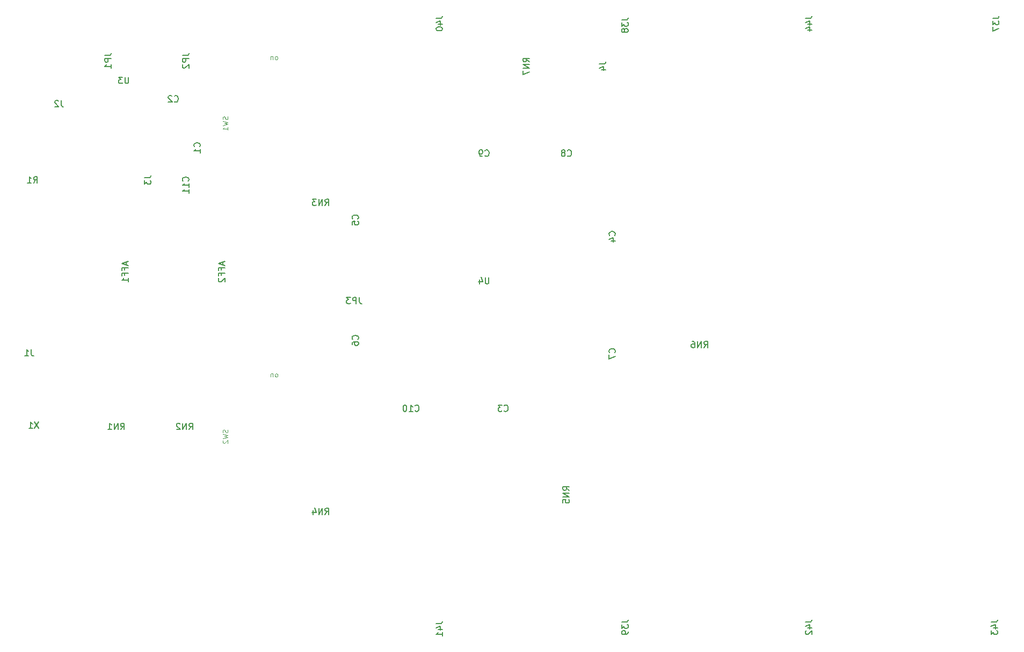
<source format=gbr>
%TF.GenerationSoftware,KiCad,Pcbnew,(6.0.11)*%
%TF.CreationDate,2023-10-14T11:58:45-04:00*%
%TF.ProjectId,EPM7128S-Dev-Board,45504d37-3132-4385-932d-4465762d426f,rev?*%
%TF.SameCoordinates,Original*%
%TF.FileFunction,Legend,Bot*%
%TF.FilePolarity,Positive*%
%FSLAX46Y46*%
G04 Gerber Fmt 4.6, Leading zero omitted, Abs format (unit mm)*
G04 Created by KiCad (PCBNEW (6.0.11)) date 2023-10-14 11:58:45*
%MOMM*%
%LPD*%
G01*
G04 APERTURE LIST*
%ADD10C,0.150000*%
%ADD11C,0.120000*%
G04 APERTURE END LIST*
D10*
%TO.C,J43*%
X227952380Y-146440476D02*
X228666666Y-146440476D01*
X228809523Y-146392857D01*
X228904761Y-146297619D01*
X228952380Y-146154761D01*
X228952380Y-146059523D01*
X228285714Y-147345238D02*
X228952380Y-147345238D01*
X227904761Y-147107142D02*
X228619047Y-146869047D01*
X228619047Y-147488095D01*
X227952380Y-147773809D02*
X227952380Y-148392857D01*
X228333333Y-148059523D01*
X228333333Y-148202380D01*
X228380952Y-148297619D01*
X228428571Y-148345238D01*
X228523809Y-148392857D01*
X228761904Y-148392857D01*
X228857142Y-148345238D01*
X228904761Y-148297619D01*
X228952380Y-148202380D01*
X228952380Y-147916666D01*
X228904761Y-147821428D01*
X228857142Y-147773809D01*
%TO.C,U4*%
X148761904Y-92062380D02*
X148761904Y-92871904D01*
X148714285Y-92967142D01*
X148666666Y-93014761D01*
X148571428Y-93062380D01*
X148380952Y-93062380D01*
X148285714Y-93014761D01*
X148238095Y-92967142D01*
X148190476Y-92871904D01*
X148190476Y-92062380D01*
X147285714Y-92395714D02*
X147285714Y-93062380D01*
X147523809Y-92014761D02*
X147761904Y-92729047D01*
X147142857Y-92729047D01*
%TO.C,RN4*%
X122940476Y-129452380D02*
X123273809Y-128976190D01*
X123511904Y-129452380D02*
X123511904Y-128452380D01*
X123130952Y-128452380D01*
X123035714Y-128500000D01*
X122988095Y-128547619D01*
X122940476Y-128642857D01*
X122940476Y-128785714D01*
X122988095Y-128880952D01*
X123035714Y-128928571D01*
X123130952Y-128976190D01*
X123511904Y-128976190D01*
X122511904Y-129452380D02*
X122511904Y-128452380D01*
X121940476Y-129452380D01*
X121940476Y-128452380D01*
X121035714Y-128785714D02*
X121035714Y-129452380D01*
X121273809Y-128404761D02*
X121511904Y-129119047D01*
X120892857Y-129119047D01*
%TO.C,J44*%
X198702380Y-51190476D02*
X199416666Y-51190476D01*
X199559523Y-51142857D01*
X199654761Y-51047619D01*
X199702380Y-50904761D01*
X199702380Y-50809523D01*
X199035714Y-52095238D02*
X199702380Y-52095238D01*
X198654761Y-51857142D02*
X199369047Y-51619047D01*
X199369047Y-52238095D01*
X199035714Y-53047619D02*
X199702380Y-53047619D01*
X198654761Y-52809523D02*
X199369047Y-52571428D01*
X199369047Y-53190476D01*
%TO.C,J37*%
X228202380Y-51190476D02*
X228916666Y-51190476D01*
X229059523Y-51142857D01*
X229154761Y-51047619D01*
X229202380Y-50904761D01*
X229202380Y-50809523D01*
X228202380Y-51571428D02*
X228202380Y-52190476D01*
X228583333Y-51857142D01*
X228583333Y-52000000D01*
X228630952Y-52095238D01*
X228678571Y-52142857D01*
X228773809Y-52190476D01*
X229011904Y-52190476D01*
X229107142Y-52142857D01*
X229154761Y-52095238D01*
X229202380Y-52000000D01*
X229202380Y-51714285D01*
X229154761Y-51619047D01*
X229107142Y-51571428D01*
X228202380Y-52523809D02*
X228202380Y-53190476D01*
X229202380Y-52761904D01*
%TO.C,RN5*%
X161447380Y-125658723D02*
X160971190Y-125325390D01*
X161447380Y-125087295D02*
X160447380Y-125087295D01*
X160447380Y-125468247D01*
X160495000Y-125563485D01*
X160542619Y-125611104D01*
X160637857Y-125658723D01*
X160780714Y-125658723D01*
X160875952Y-125611104D01*
X160923571Y-125563485D01*
X160971190Y-125468247D01*
X160971190Y-125087295D01*
X161447380Y-126087295D02*
X160447380Y-126087295D01*
X161447380Y-126658723D01*
X160447380Y-126658723D01*
X160447380Y-127611104D02*
X160447380Y-127134914D01*
X160923571Y-127087295D01*
X160875952Y-127134914D01*
X160828333Y-127230152D01*
X160828333Y-127468247D01*
X160875952Y-127563485D01*
X160923571Y-127611104D01*
X161018809Y-127658723D01*
X161256904Y-127658723D01*
X161352142Y-127611104D01*
X161399761Y-127563485D01*
X161447380Y-127468247D01*
X161447380Y-127230152D01*
X161399761Y-127134914D01*
X161352142Y-127087295D01*
%TO.C,C8*%
X161166666Y-72857142D02*
X161214285Y-72904761D01*
X161357142Y-72952380D01*
X161452380Y-72952380D01*
X161595238Y-72904761D01*
X161690476Y-72809523D01*
X161738095Y-72714285D01*
X161785714Y-72523809D01*
X161785714Y-72380952D01*
X161738095Y-72190476D01*
X161690476Y-72095238D01*
X161595238Y-72000000D01*
X161452380Y-71952380D01*
X161357142Y-71952380D01*
X161214285Y-72000000D01*
X161166666Y-72047619D01*
X160595238Y-72380952D02*
X160690476Y-72333333D01*
X160738095Y-72285714D01*
X160785714Y-72190476D01*
X160785714Y-72142857D01*
X160738095Y-72047619D01*
X160690476Y-72000000D01*
X160595238Y-71952380D01*
X160404761Y-71952380D01*
X160309523Y-72000000D01*
X160261904Y-72047619D01*
X160214285Y-72142857D01*
X160214285Y-72190476D01*
X160261904Y-72285714D01*
X160309523Y-72333333D01*
X160404761Y-72380952D01*
X160595238Y-72380952D01*
X160690476Y-72428571D01*
X160738095Y-72476190D01*
X160785714Y-72571428D01*
X160785714Y-72761904D01*
X160738095Y-72857142D01*
X160690476Y-72904761D01*
X160595238Y-72952380D01*
X160404761Y-72952380D01*
X160309523Y-72904761D01*
X160261904Y-72857142D01*
X160214285Y-72761904D01*
X160214285Y-72571428D01*
X160261904Y-72476190D01*
X160309523Y-72428571D01*
X160404761Y-72380952D01*
%TO.C,RN7*%
X155167380Y-58059523D02*
X154691190Y-57726190D01*
X155167380Y-57488095D02*
X154167380Y-57488095D01*
X154167380Y-57869047D01*
X154215000Y-57964285D01*
X154262619Y-58011904D01*
X154357857Y-58059523D01*
X154500714Y-58059523D01*
X154595952Y-58011904D01*
X154643571Y-57964285D01*
X154691190Y-57869047D01*
X154691190Y-57488095D01*
X155167380Y-58488095D02*
X154167380Y-58488095D01*
X155167380Y-59059523D01*
X154167380Y-59059523D01*
X154167380Y-59440476D02*
X154167380Y-60107142D01*
X155167380Y-59678571D01*
%TO.C,C1*%
X103152042Y-71443333D02*
X103199661Y-71395714D01*
X103247280Y-71252857D01*
X103247280Y-71157619D01*
X103199661Y-71014761D01*
X103104423Y-70919523D01*
X103009185Y-70871904D01*
X102818709Y-70824285D01*
X102675852Y-70824285D01*
X102485376Y-70871904D01*
X102390138Y-70919523D01*
X102294900Y-71014761D01*
X102247280Y-71157619D01*
X102247280Y-71252857D01*
X102294900Y-71395714D01*
X102342519Y-71443333D01*
X103247280Y-72395714D02*
X103247280Y-71824285D01*
X103247280Y-72110000D02*
X102247280Y-72110000D01*
X102390138Y-72014761D01*
X102485376Y-71919523D01*
X102532995Y-71824285D01*
%TO.C,RN2*%
X101500476Y-116072380D02*
X101833809Y-115596190D01*
X102071904Y-116072380D02*
X102071904Y-115072380D01*
X101690952Y-115072380D01*
X101595714Y-115120000D01*
X101548095Y-115167619D01*
X101500476Y-115262857D01*
X101500476Y-115405714D01*
X101548095Y-115500952D01*
X101595714Y-115548571D01*
X101690952Y-115596190D01*
X102071904Y-115596190D01*
X101071904Y-116072380D02*
X101071904Y-115072380D01*
X100500476Y-116072380D01*
X100500476Y-115072380D01*
X100071904Y-115167619D02*
X100024285Y-115120000D01*
X99929047Y-115072380D01*
X99690952Y-115072380D01*
X99595714Y-115120000D01*
X99548095Y-115167619D01*
X99500476Y-115262857D01*
X99500476Y-115358095D01*
X99548095Y-115500952D01*
X100119523Y-116072380D01*
X99500476Y-116072380D01*
%TO.C,C3*%
X151166666Y-113107142D02*
X151214285Y-113154761D01*
X151357142Y-113202380D01*
X151452380Y-113202380D01*
X151595238Y-113154761D01*
X151690476Y-113059523D01*
X151738095Y-112964285D01*
X151785714Y-112773809D01*
X151785714Y-112630952D01*
X151738095Y-112440476D01*
X151690476Y-112345238D01*
X151595238Y-112250000D01*
X151452380Y-112202380D01*
X151357142Y-112202380D01*
X151214285Y-112250000D01*
X151166666Y-112297619D01*
X150833333Y-112202380D02*
X150214285Y-112202380D01*
X150547619Y-112583333D01*
X150404761Y-112583333D01*
X150309523Y-112630952D01*
X150261904Y-112678571D01*
X150214285Y-112773809D01*
X150214285Y-113011904D01*
X150261904Y-113107142D01*
X150309523Y-113154761D01*
X150404761Y-113202380D01*
X150690476Y-113202380D01*
X150785714Y-113154761D01*
X150833333Y-113107142D01*
%TO.C,J41*%
X140452380Y-146690476D02*
X141166666Y-146690476D01*
X141309523Y-146642857D01*
X141404761Y-146547619D01*
X141452380Y-146404761D01*
X141452380Y-146309523D01*
X140785714Y-147595238D02*
X141452380Y-147595238D01*
X140404761Y-147357142D02*
X141119047Y-147119047D01*
X141119047Y-147738095D01*
X141452380Y-148642857D02*
X141452380Y-148071428D01*
X141452380Y-148357142D02*
X140452380Y-148357142D01*
X140595238Y-148261904D01*
X140690476Y-148166666D01*
X140738095Y-148071428D01*
%TO.C,J2*%
X81333333Y-64154880D02*
X81333333Y-64869166D01*
X81380952Y-65012023D01*
X81476190Y-65107261D01*
X81619047Y-65154880D01*
X81714285Y-65154880D01*
X80904761Y-64250119D02*
X80857142Y-64202500D01*
X80761904Y-64154880D01*
X80523809Y-64154880D01*
X80428571Y-64202500D01*
X80380952Y-64250119D01*
X80333333Y-64345357D01*
X80333333Y-64440595D01*
X80380952Y-64583452D01*
X80952380Y-65154880D01*
X80333333Y-65154880D01*
%TO.C,RN3*%
X122940476Y-80722380D02*
X123273809Y-80246190D01*
X123511904Y-80722380D02*
X123511904Y-79722380D01*
X123130952Y-79722380D01*
X123035714Y-79770000D01*
X122988095Y-79817619D01*
X122940476Y-79912857D01*
X122940476Y-80055714D01*
X122988095Y-80150952D01*
X123035714Y-80198571D01*
X123130952Y-80246190D01*
X123511904Y-80246190D01*
X122511904Y-80722380D02*
X122511904Y-79722380D01*
X121940476Y-80722380D01*
X121940476Y-79722380D01*
X121559523Y-79722380D02*
X120940476Y-79722380D01*
X121273809Y-80103333D01*
X121130952Y-80103333D01*
X121035714Y-80150952D01*
X120988095Y-80198571D01*
X120940476Y-80293809D01*
X120940476Y-80531904D01*
X120988095Y-80627142D01*
X121035714Y-80674761D01*
X121130952Y-80722380D01*
X121416666Y-80722380D01*
X121511904Y-80674761D01*
X121559523Y-80627142D01*
%TO.C,RN1*%
X90700476Y-116072380D02*
X91033809Y-115596190D01*
X91271904Y-116072380D02*
X91271904Y-115072380D01*
X90890952Y-115072380D01*
X90795714Y-115120000D01*
X90748095Y-115167619D01*
X90700476Y-115262857D01*
X90700476Y-115405714D01*
X90748095Y-115500952D01*
X90795714Y-115548571D01*
X90890952Y-115596190D01*
X91271904Y-115596190D01*
X90271904Y-116072380D02*
X90271904Y-115072380D01*
X89700476Y-116072380D01*
X89700476Y-115072380D01*
X88700476Y-116072380D02*
X89271904Y-116072380D01*
X88986190Y-116072380D02*
X88986190Y-115072380D01*
X89081428Y-115215238D01*
X89176666Y-115310476D01*
X89271904Y-115358095D01*
%TO.C,RN6*%
X182690476Y-103157380D02*
X183023809Y-102681190D01*
X183261904Y-103157380D02*
X183261904Y-102157380D01*
X182880952Y-102157380D01*
X182785714Y-102205000D01*
X182738095Y-102252619D01*
X182690476Y-102347857D01*
X182690476Y-102490714D01*
X182738095Y-102585952D01*
X182785714Y-102633571D01*
X182880952Y-102681190D01*
X183261904Y-102681190D01*
X182261904Y-103157380D02*
X182261904Y-102157380D01*
X181690476Y-103157380D01*
X181690476Y-102157380D01*
X180785714Y-102157380D02*
X180976190Y-102157380D01*
X181071428Y-102205000D01*
X181119047Y-102252619D01*
X181214285Y-102395476D01*
X181261904Y-102585952D01*
X181261904Y-102966904D01*
X181214285Y-103062142D01*
X181166666Y-103109761D01*
X181071428Y-103157380D01*
X180880952Y-103157380D01*
X180785714Y-103109761D01*
X180738095Y-103062142D01*
X180690476Y-102966904D01*
X180690476Y-102728809D01*
X180738095Y-102633571D01*
X180785714Y-102585952D01*
X180880952Y-102538333D01*
X181071428Y-102538333D01*
X181166666Y-102585952D01*
X181214285Y-102633571D01*
X181261904Y-102728809D01*
D11*
%TO.C,SW1*%
X115266547Y-57719404D02*
X115342738Y-57681309D01*
X115380833Y-57643214D01*
X115418928Y-57567023D01*
X115418928Y-57338452D01*
X115380833Y-57262261D01*
X115342738Y-57224166D01*
X115266547Y-57186071D01*
X115152261Y-57186071D01*
X115076071Y-57224166D01*
X115037976Y-57262261D01*
X114999880Y-57338452D01*
X114999880Y-57567023D01*
X115037976Y-57643214D01*
X115076071Y-57681309D01*
X115152261Y-57719404D01*
X115266547Y-57719404D01*
X114657023Y-57186071D02*
X114657023Y-57719404D01*
X114657023Y-57262261D02*
X114618928Y-57224166D01*
X114542738Y-57186071D01*
X114428452Y-57186071D01*
X114352261Y-57224166D01*
X114314166Y-57300357D01*
X114314166Y-57719404D01*
X107573809Y-66678333D02*
X107611904Y-66792619D01*
X107611904Y-66983095D01*
X107573809Y-67059285D01*
X107535714Y-67097380D01*
X107459523Y-67135476D01*
X107383333Y-67135476D01*
X107307142Y-67097380D01*
X107269047Y-67059285D01*
X107230952Y-66983095D01*
X107192857Y-66830714D01*
X107154761Y-66754523D01*
X107116666Y-66716428D01*
X107040476Y-66678333D01*
X106964285Y-66678333D01*
X106888095Y-66716428D01*
X106850000Y-66754523D01*
X106811904Y-66830714D01*
X106811904Y-67021190D01*
X106850000Y-67135476D01*
X106811904Y-67402142D02*
X107611904Y-67592619D01*
X107040476Y-67745000D01*
X107611904Y-67897380D01*
X106811904Y-68087857D01*
X107611904Y-68811666D02*
X107611904Y-68354523D01*
X107611904Y-68583095D02*
X106811904Y-68583095D01*
X106926190Y-68506904D01*
X107002380Y-68430714D01*
X107040476Y-68354523D01*
D10*
%TO.C,C11*%
X101357142Y-76857142D02*
X101404761Y-76809523D01*
X101452380Y-76666666D01*
X101452380Y-76571428D01*
X101404761Y-76428571D01*
X101309523Y-76333333D01*
X101214285Y-76285714D01*
X101023809Y-76238095D01*
X100880952Y-76238095D01*
X100690476Y-76285714D01*
X100595238Y-76333333D01*
X100500000Y-76428571D01*
X100452380Y-76571428D01*
X100452380Y-76666666D01*
X100500000Y-76809523D01*
X100547619Y-76857142D01*
X101452380Y-77809523D02*
X101452380Y-77238095D01*
X101452380Y-77523809D02*
X100452380Y-77523809D01*
X100595238Y-77428571D01*
X100690476Y-77333333D01*
X100738095Y-77238095D01*
X101452380Y-78761904D02*
X101452380Y-78190476D01*
X101452380Y-78476190D02*
X100452380Y-78476190D01*
X100595238Y-78380952D01*
X100690476Y-78285714D01*
X100738095Y-78190476D01*
%TO.C,AFF1*%
X91606666Y-89618571D02*
X91606666Y-90094761D01*
X91892380Y-89523333D02*
X90892380Y-89856666D01*
X91892380Y-90190000D01*
X91368571Y-90856666D02*
X91368571Y-90523333D01*
X91892380Y-90523333D02*
X90892380Y-90523333D01*
X90892380Y-90999523D01*
X91368571Y-91713809D02*
X91368571Y-91380476D01*
X91892380Y-91380476D02*
X90892380Y-91380476D01*
X90892380Y-91856666D01*
X91892380Y-92761428D02*
X91892380Y-92190000D01*
X91892380Y-92475714D02*
X90892380Y-92475714D01*
X91035238Y-92380476D01*
X91130476Y-92285238D01*
X91178095Y-92190000D01*
%TO.C,J4*%
X166202380Y-58379166D02*
X166916666Y-58379166D01*
X167059523Y-58331547D01*
X167154761Y-58236309D01*
X167202380Y-58093452D01*
X167202380Y-57998214D01*
X166535714Y-59283928D02*
X167202380Y-59283928D01*
X166154761Y-59045833D02*
X166869047Y-58807738D01*
X166869047Y-59426785D01*
%TO.C,C6*%
X128107142Y-101833333D02*
X128154761Y-101785714D01*
X128202380Y-101642857D01*
X128202380Y-101547619D01*
X128154761Y-101404761D01*
X128059523Y-101309523D01*
X127964285Y-101261904D01*
X127773809Y-101214285D01*
X127630952Y-101214285D01*
X127440476Y-101261904D01*
X127345238Y-101309523D01*
X127250000Y-101404761D01*
X127202380Y-101547619D01*
X127202380Y-101642857D01*
X127250000Y-101785714D01*
X127297619Y-101833333D01*
X127202380Y-102690476D02*
X127202380Y-102500000D01*
X127250000Y-102404761D01*
X127297619Y-102357142D01*
X127440476Y-102261904D01*
X127630952Y-102214285D01*
X128011904Y-102214285D01*
X128107142Y-102261904D01*
X128154761Y-102309523D01*
X128202380Y-102404761D01*
X128202380Y-102595238D01*
X128154761Y-102690476D01*
X128107142Y-102738095D01*
X128011904Y-102785714D01*
X127773809Y-102785714D01*
X127678571Y-102738095D01*
X127630952Y-102690476D01*
X127583333Y-102595238D01*
X127583333Y-102404761D01*
X127630952Y-102309523D01*
X127678571Y-102261904D01*
X127773809Y-102214285D01*
%TO.C,C2*%
X99166666Y-64304642D02*
X99214285Y-64352261D01*
X99357142Y-64399880D01*
X99452380Y-64399880D01*
X99595238Y-64352261D01*
X99690476Y-64257023D01*
X99738095Y-64161785D01*
X99785714Y-63971309D01*
X99785714Y-63828452D01*
X99738095Y-63637976D01*
X99690476Y-63542738D01*
X99595238Y-63447500D01*
X99452380Y-63399880D01*
X99357142Y-63399880D01*
X99214285Y-63447500D01*
X99166666Y-63495119D01*
X98785714Y-63495119D02*
X98738095Y-63447500D01*
X98642857Y-63399880D01*
X98404761Y-63399880D01*
X98309523Y-63447500D01*
X98261904Y-63495119D01*
X98214285Y-63590357D01*
X98214285Y-63685595D01*
X98261904Y-63828452D01*
X98833333Y-64399880D01*
X98214285Y-64399880D01*
%TO.C,C5*%
X128107142Y-82833333D02*
X128154761Y-82785714D01*
X128202380Y-82642857D01*
X128202380Y-82547619D01*
X128154761Y-82404761D01*
X128059523Y-82309523D01*
X127964285Y-82261904D01*
X127773809Y-82214285D01*
X127630952Y-82214285D01*
X127440476Y-82261904D01*
X127345238Y-82309523D01*
X127250000Y-82404761D01*
X127202380Y-82547619D01*
X127202380Y-82642857D01*
X127250000Y-82785714D01*
X127297619Y-82833333D01*
X127202380Y-83738095D02*
X127202380Y-83261904D01*
X127678571Y-83214285D01*
X127630952Y-83261904D01*
X127583333Y-83357142D01*
X127583333Y-83595238D01*
X127630952Y-83690476D01*
X127678571Y-83738095D01*
X127773809Y-83785714D01*
X128011904Y-83785714D01*
X128107142Y-83738095D01*
X128154761Y-83690476D01*
X128202380Y-83595238D01*
X128202380Y-83357142D01*
X128154761Y-83261904D01*
X128107142Y-83214285D01*
%TO.C,JP3*%
X128333333Y-95202380D02*
X128333333Y-95916666D01*
X128380952Y-96059523D01*
X128476190Y-96154761D01*
X128619047Y-96202380D01*
X128714285Y-96202380D01*
X127857142Y-96202380D02*
X127857142Y-95202380D01*
X127476190Y-95202380D01*
X127380952Y-95250000D01*
X127333333Y-95297619D01*
X127285714Y-95392857D01*
X127285714Y-95535714D01*
X127333333Y-95630952D01*
X127380952Y-95678571D01*
X127476190Y-95726190D01*
X127857142Y-95726190D01*
X126952380Y-95202380D02*
X126333333Y-95202380D01*
X126666666Y-95583333D01*
X126523809Y-95583333D01*
X126428571Y-95630952D01*
X126380952Y-95678571D01*
X126333333Y-95773809D01*
X126333333Y-96011904D01*
X126380952Y-96107142D01*
X126428571Y-96154761D01*
X126523809Y-96202380D01*
X126809523Y-96202380D01*
X126904761Y-96154761D01*
X126952380Y-96107142D01*
%TO.C,C7*%
X168607142Y-103943333D02*
X168654761Y-103895714D01*
X168702380Y-103752857D01*
X168702380Y-103657619D01*
X168654761Y-103514761D01*
X168559523Y-103419523D01*
X168464285Y-103371904D01*
X168273809Y-103324285D01*
X168130952Y-103324285D01*
X167940476Y-103371904D01*
X167845238Y-103419523D01*
X167750000Y-103514761D01*
X167702380Y-103657619D01*
X167702380Y-103752857D01*
X167750000Y-103895714D01*
X167797619Y-103943333D01*
X167702380Y-104276666D02*
X167702380Y-104943333D01*
X168702380Y-104514761D01*
%TO.C,U3*%
X91946904Y-60452380D02*
X91946904Y-61261904D01*
X91899285Y-61357142D01*
X91851666Y-61404761D01*
X91756428Y-61452380D01*
X91565952Y-61452380D01*
X91470714Y-61404761D01*
X91423095Y-61357142D01*
X91375476Y-61261904D01*
X91375476Y-60452380D01*
X90994523Y-60452380D02*
X90375476Y-60452380D01*
X90708809Y-60833333D01*
X90565952Y-60833333D01*
X90470714Y-60880952D01*
X90423095Y-60928571D01*
X90375476Y-61023809D01*
X90375476Y-61261904D01*
X90423095Y-61357142D01*
X90470714Y-61404761D01*
X90565952Y-61452380D01*
X90851666Y-61452380D01*
X90946904Y-61404761D01*
X90994523Y-61357142D01*
D11*
%TO.C,SW2*%
X115309047Y-107764404D02*
X115385238Y-107726309D01*
X115423333Y-107688214D01*
X115461428Y-107612023D01*
X115461428Y-107383452D01*
X115423333Y-107307261D01*
X115385238Y-107269166D01*
X115309047Y-107231071D01*
X115194761Y-107231071D01*
X115118571Y-107269166D01*
X115080476Y-107307261D01*
X115042380Y-107383452D01*
X115042380Y-107612023D01*
X115080476Y-107688214D01*
X115118571Y-107726309D01*
X115194761Y-107764404D01*
X115309047Y-107764404D01*
X114699523Y-107231071D02*
X114699523Y-107764404D01*
X114699523Y-107307261D02*
X114661428Y-107269166D01*
X114585238Y-107231071D01*
X114470952Y-107231071D01*
X114394761Y-107269166D01*
X114356666Y-107345357D01*
X114356666Y-107764404D01*
X107573809Y-116088333D02*
X107611904Y-116202619D01*
X107611904Y-116393095D01*
X107573809Y-116469285D01*
X107535714Y-116507380D01*
X107459523Y-116545476D01*
X107383333Y-116545476D01*
X107307142Y-116507380D01*
X107269047Y-116469285D01*
X107230952Y-116393095D01*
X107192857Y-116240714D01*
X107154761Y-116164523D01*
X107116666Y-116126428D01*
X107040476Y-116088333D01*
X106964285Y-116088333D01*
X106888095Y-116126428D01*
X106850000Y-116164523D01*
X106811904Y-116240714D01*
X106811904Y-116431190D01*
X106850000Y-116545476D01*
X106811904Y-116812142D02*
X107611904Y-117002619D01*
X107040476Y-117155000D01*
X107611904Y-117307380D01*
X106811904Y-117497857D01*
X106888095Y-117764523D02*
X106850000Y-117802619D01*
X106811904Y-117878809D01*
X106811904Y-118069285D01*
X106850000Y-118145476D01*
X106888095Y-118183571D01*
X106964285Y-118221666D01*
X107040476Y-118221666D01*
X107154761Y-118183571D01*
X107611904Y-117726428D01*
X107611904Y-118221666D01*
D10*
%TO.C,J42*%
X198702380Y-146440476D02*
X199416666Y-146440476D01*
X199559523Y-146392857D01*
X199654761Y-146297619D01*
X199702380Y-146154761D01*
X199702380Y-146059523D01*
X199035714Y-147345238D02*
X199702380Y-147345238D01*
X198654761Y-147107142D02*
X199369047Y-146869047D01*
X199369047Y-147488095D01*
X198797619Y-147821428D02*
X198750000Y-147869047D01*
X198702380Y-147964285D01*
X198702380Y-148202380D01*
X198750000Y-148297619D01*
X198797619Y-148345238D01*
X198892857Y-148392857D01*
X198988095Y-148392857D01*
X199130952Y-148345238D01*
X199702380Y-147773809D01*
X199702380Y-148392857D01*
%TO.C,C4*%
X168607142Y-85443333D02*
X168654761Y-85395714D01*
X168702380Y-85252857D01*
X168702380Y-85157619D01*
X168654761Y-85014761D01*
X168559523Y-84919523D01*
X168464285Y-84871904D01*
X168273809Y-84824285D01*
X168130952Y-84824285D01*
X167940476Y-84871904D01*
X167845238Y-84919523D01*
X167750000Y-85014761D01*
X167702380Y-85157619D01*
X167702380Y-85252857D01*
X167750000Y-85395714D01*
X167797619Y-85443333D01*
X168035714Y-86300476D02*
X168702380Y-86300476D01*
X167654761Y-86062380D02*
X168369047Y-85824285D01*
X168369047Y-86443333D01*
%TO.C,J40*%
X140452380Y-51190476D02*
X141166666Y-51190476D01*
X141309523Y-51142857D01*
X141404761Y-51047619D01*
X141452380Y-50904761D01*
X141452380Y-50809523D01*
X140785714Y-52095238D02*
X141452380Y-52095238D01*
X140404761Y-51857142D02*
X141119047Y-51619047D01*
X141119047Y-52238095D01*
X140452380Y-52809523D02*
X140452380Y-52904761D01*
X140500000Y-53000000D01*
X140547619Y-53047619D01*
X140642857Y-53095238D01*
X140833333Y-53142857D01*
X141071428Y-53142857D01*
X141261904Y-53095238D01*
X141357142Y-53047619D01*
X141404761Y-53000000D01*
X141452380Y-52904761D01*
X141452380Y-52809523D01*
X141404761Y-52714285D01*
X141357142Y-52666666D01*
X141261904Y-52619047D01*
X141071428Y-52571428D01*
X140833333Y-52571428D01*
X140642857Y-52619047D01*
X140547619Y-52666666D01*
X140500000Y-52714285D01*
X140452380Y-52809523D01*
%TO.C,R1*%
X76976666Y-77149880D02*
X77310000Y-76673690D01*
X77548095Y-77149880D02*
X77548095Y-76149880D01*
X77167142Y-76149880D01*
X77071904Y-76197500D01*
X77024285Y-76245119D01*
X76976666Y-76340357D01*
X76976666Y-76483214D01*
X77024285Y-76578452D01*
X77071904Y-76626071D01*
X77167142Y-76673690D01*
X77548095Y-76673690D01*
X76024285Y-77149880D02*
X76595714Y-77149880D01*
X76310000Y-77149880D02*
X76310000Y-76149880D01*
X76405238Y-76292738D01*
X76500476Y-76387976D01*
X76595714Y-76435595D01*
%TO.C,JP1*%
X88202380Y-57046666D02*
X88916666Y-57046666D01*
X89059523Y-56999047D01*
X89154761Y-56903809D01*
X89202380Y-56760952D01*
X89202380Y-56665714D01*
X89202380Y-57522857D02*
X88202380Y-57522857D01*
X88202380Y-57903809D01*
X88250000Y-57999047D01*
X88297619Y-58046666D01*
X88392857Y-58094285D01*
X88535714Y-58094285D01*
X88630952Y-58046666D01*
X88678571Y-57999047D01*
X88726190Y-57903809D01*
X88726190Y-57522857D01*
X89202380Y-59046666D02*
X89202380Y-58475238D01*
X89202380Y-58760952D02*
X88202380Y-58760952D01*
X88345238Y-58665714D01*
X88440476Y-58570476D01*
X88488095Y-58475238D01*
%TO.C,C10*%
X137142857Y-113107142D02*
X137190476Y-113154761D01*
X137333333Y-113202380D01*
X137428571Y-113202380D01*
X137571428Y-113154761D01*
X137666666Y-113059523D01*
X137714285Y-112964285D01*
X137761904Y-112773809D01*
X137761904Y-112630952D01*
X137714285Y-112440476D01*
X137666666Y-112345238D01*
X137571428Y-112250000D01*
X137428571Y-112202380D01*
X137333333Y-112202380D01*
X137190476Y-112250000D01*
X137142857Y-112297619D01*
X136190476Y-113202380D02*
X136761904Y-113202380D01*
X136476190Y-113202380D02*
X136476190Y-112202380D01*
X136571428Y-112345238D01*
X136666666Y-112440476D01*
X136761904Y-112488095D01*
X135571428Y-112202380D02*
X135476190Y-112202380D01*
X135380952Y-112250000D01*
X135333333Y-112297619D01*
X135285714Y-112392857D01*
X135238095Y-112583333D01*
X135238095Y-112821428D01*
X135285714Y-113011904D01*
X135333333Y-113107142D01*
X135380952Y-113154761D01*
X135476190Y-113202380D01*
X135571428Y-113202380D01*
X135666666Y-113154761D01*
X135714285Y-113107142D01*
X135761904Y-113011904D01*
X135809523Y-112821428D01*
X135809523Y-112583333D01*
X135761904Y-112392857D01*
X135714285Y-112297619D01*
X135666666Y-112250000D01*
X135571428Y-112202380D01*
%TO.C,J38*%
X169702380Y-51440476D02*
X170416666Y-51440476D01*
X170559523Y-51392857D01*
X170654761Y-51297619D01*
X170702380Y-51154761D01*
X170702380Y-51059523D01*
X169702380Y-51821428D02*
X169702380Y-52440476D01*
X170083333Y-52107142D01*
X170083333Y-52250000D01*
X170130952Y-52345238D01*
X170178571Y-52392857D01*
X170273809Y-52440476D01*
X170511904Y-52440476D01*
X170607142Y-52392857D01*
X170654761Y-52345238D01*
X170702380Y-52250000D01*
X170702380Y-51964285D01*
X170654761Y-51869047D01*
X170607142Y-51821428D01*
X170130952Y-53011904D02*
X170083333Y-52916666D01*
X170035714Y-52869047D01*
X169940476Y-52821428D01*
X169892857Y-52821428D01*
X169797619Y-52869047D01*
X169750000Y-52916666D01*
X169702380Y-53011904D01*
X169702380Y-53202380D01*
X169750000Y-53297619D01*
X169797619Y-53345238D01*
X169892857Y-53392857D01*
X169940476Y-53392857D01*
X170035714Y-53345238D01*
X170083333Y-53297619D01*
X170130952Y-53202380D01*
X170130952Y-53011904D01*
X170178571Y-52916666D01*
X170226190Y-52869047D01*
X170321428Y-52821428D01*
X170511904Y-52821428D01*
X170607142Y-52869047D01*
X170654761Y-52916666D01*
X170702380Y-53011904D01*
X170702380Y-53202380D01*
X170654761Y-53297619D01*
X170607142Y-53345238D01*
X170511904Y-53392857D01*
X170321428Y-53392857D01*
X170226190Y-53345238D01*
X170178571Y-53297619D01*
X170130952Y-53202380D01*
%TO.C,JP2*%
X100452380Y-57046666D02*
X101166666Y-57046666D01*
X101309523Y-56999047D01*
X101404761Y-56903809D01*
X101452380Y-56760952D01*
X101452380Y-56665714D01*
X101452380Y-57522857D02*
X100452380Y-57522857D01*
X100452380Y-57903809D01*
X100500000Y-57999047D01*
X100547619Y-58046666D01*
X100642857Y-58094285D01*
X100785714Y-58094285D01*
X100880952Y-58046666D01*
X100928571Y-57999047D01*
X100976190Y-57903809D01*
X100976190Y-57522857D01*
X100547619Y-58475238D02*
X100500000Y-58522857D01*
X100452380Y-58618095D01*
X100452380Y-58856190D01*
X100500000Y-58951428D01*
X100547619Y-58999047D01*
X100642857Y-59046666D01*
X100738095Y-59046666D01*
X100880952Y-58999047D01*
X101452380Y-58427619D01*
X101452380Y-59046666D01*
%TO.C,J39*%
X169702380Y-146440476D02*
X170416666Y-146440476D01*
X170559523Y-146392857D01*
X170654761Y-146297619D01*
X170702380Y-146154761D01*
X170702380Y-146059523D01*
X169702380Y-146821428D02*
X169702380Y-147440476D01*
X170083333Y-147107142D01*
X170083333Y-147250000D01*
X170130952Y-147345238D01*
X170178571Y-147392857D01*
X170273809Y-147440476D01*
X170511904Y-147440476D01*
X170607142Y-147392857D01*
X170654761Y-147345238D01*
X170702380Y-147250000D01*
X170702380Y-146964285D01*
X170654761Y-146869047D01*
X170607142Y-146821428D01*
X170702380Y-147916666D02*
X170702380Y-148107142D01*
X170654761Y-148202380D01*
X170607142Y-148250000D01*
X170464285Y-148345238D01*
X170273809Y-148392857D01*
X169892857Y-148392857D01*
X169797619Y-148345238D01*
X169750000Y-148297619D01*
X169702380Y-148202380D01*
X169702380Y-148011904D01*
X169750000Y-147916666D01*
X169797619Y-147869047D01*
X169892857Y-147821428D01*
X170130952Y-147821428D01*
X170226190Y-147869047D01*
X170273809Y-147916666D01*
X170321428Y-148011904D01*
X170321428Y-148202380D01*
X170273809Y-148297619D01*
X170226190Y-148345238D01*
X170130952Y-148392857D01*
%TO.C,AFF2*%
X106846666Y-89618571D02*
X106846666Y-90094761D01*
X107132380Y-89523333D02*
X106132380Y-89856666D01*
X107132380Y-90190000D01*
X106608571Y-90856666D02*
X106608571Y-90523333D01*
X107132380Y-90523333D02*
X106132380Y-90523333D01*
X106132380Y-90999523D01*
X106608571Y-91713809D02*
X106608571Y-91380476D01*
X107132380Y-91380476D02*
X106132380Y-91380476D01*
X106132380Y-91856666D01*
X106227619Y-92190000D02*
X106180000Y-92237619D01*
X106132380Y-92332857D01*
X106132380Y-92570952D01*
X106180000Y-92666190D01*
X106227619Y-92713809D01*
X106322857Y-92761428D01*
X106418095Y-92761428D01*
X106560952Y-92713809D01*
X107132380Y-92142380D01*
X107132380Y-92761428D01*
%TO.C,C9*%
X148166666Y-72857142D02*
X148214285Y-72904761D01*
X148357142Y-72952380D01*
X148452380Y-72952380D01*
X148595238Y-72904761D01*
X148690476Y-72809523D01*
X148738095Y-72714285D01*
X148785714Y-72523809D01*
X148785714Y-72380952D01*
X148738095Y-72190476D01*
X148690476Y-72095238D01*
X148595238Y-72000000D01*
X148452380Y-71952380D01*
X148357142Y-71952380D01*
X148214285Y-72000000D01*
X148166666Y-72047619D01*
X147690476Y-72952380D02*
X147500000Y-72952380D01*
X147404761Y-72904761D01*
X147357142Y-72857142D01*
X147261904Y-72714285D01*
X147214285Y-72523809D01*
X147214285Y-72142857D01*
X147261904Y-72047619D01*
X147309523Y-72000000D01*
X147404761Y-71952380D01*
X147595238Y-71952380D01*
X147690476Y-72000000D01*
X147738095Y-72047619D01*
X147785714Y-72142857D01*
X147785714Y-72380952D01*
X147738095Y-72476190D01*
X147690476Y-72523809D01*
X147595238Y-72571428D01*
X147404761Y-72571428D01*
X147309523Y-72523809D01*
X147261904Y-72476190D01*
X147214285Y-72380952D01*
%TO.C,J1*%
X76603333Y-103452380D02*
X76603333Y-104166666D01*
X76650952Y-104309523D01*
X76746190Y-104404761D01*
X76889047Y-104452380D01*
X76984285Y-104452380D01*
X75603333Y-104452380D02*
X76174761Y-104452380D01*
X75889047Y-104452380D02*
X75889047Y-103452380D01*
X75984285Y-103595238D01*
X76079523Y-103690476D01*
X76174761Y-103738095D01*
%TO.C,X1*%
X77809523Y-114887380D02*
X77142857Y-115887380D01*
X77142857Y-114887380D02*
X77809523Y-115887380D01*
X76238095Y-115887380D02*
X76809523Y-115887380D01*
X76523809Y-115887380D02*
X76523809Y-114887380D01*
X76619047Y-115030238D01*
X76714285Y-115125476D01*
X76809523Y-115173095D01*
%TO.C,J3*%
X94452380Y-76364166D02*
X95166666Y-76364166D01*
X95309523Y-76316547D01*
X95404761Y-76221309D01*
X95452380Y-76078452D01*
X95452380Y-75983214D01*
X94452380Y-76745119D02*
X94452380Y-77364166D01*
X94833333Y-77030833D01*
X94833333Y-77173690D01*
X94880952Y-77268928D01*
X94928571Y-77316547D01*
X95023809Y-77364166D01*
X95261904Y-77364166D01*
X95357142Y-77316547D01*
X95404761Y-77268928D01*
X95452380Y-77173690D01*
X95452380Y-76887976D01*
X95404761Y-76792738D01*
X95357142Y-76745119D01*
%TD*%
M02*

</source>
